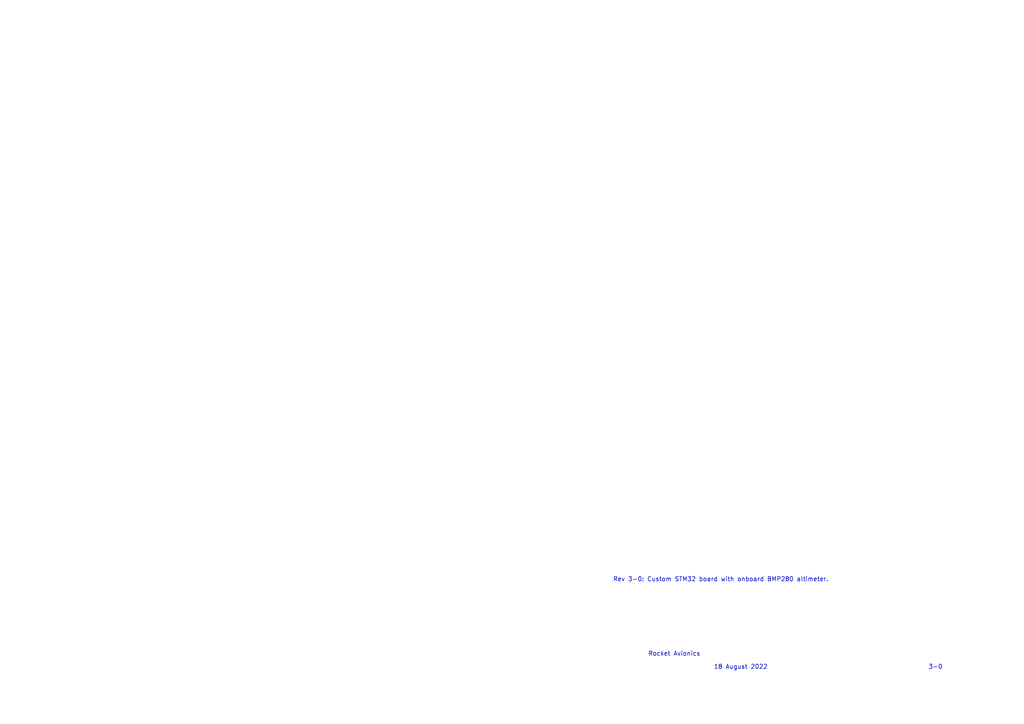
<source format=kicad_sch>
(kicad_sch (version 20211123) (generator eeschema)
  (paper "A4")
  (lib_symbols)
  (text "3-0" (at 269.24 194.31 0) (effects (font (size 1.27 1.27)) (justify left bottom)))
  (text "18 August 2022" (at 207.01 194.31 0) (effects (font (size 1.27 1.27)) (justify left bottom)))
  (text "Rev 3-0: Custom STM32 board with onboard BMP280 altimeter." (at 177.8 168.91 0) (effects (font (size 1.27 1.27)) (justify left bottom)))
  (text "Rocket Avionics" (at 187.96 190.5 0) (effects (font (size 1.27 1.27)) (justify left bottom)))
)
</source>
